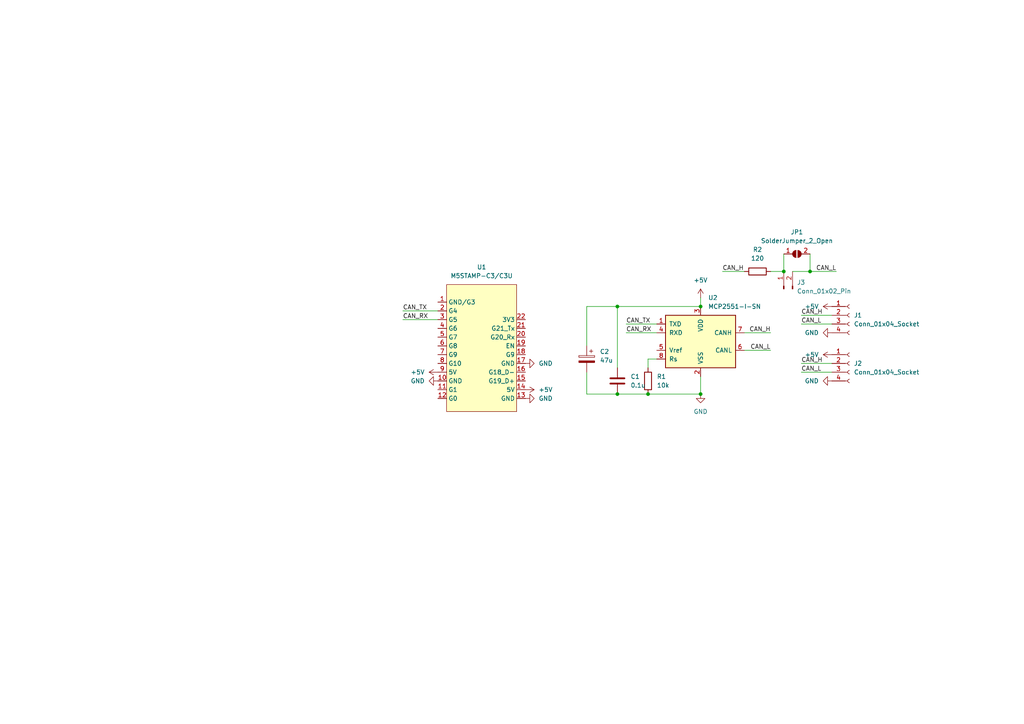
<source format=kicad_sch>
(kicad_sch (version 20230121) (generator eeschema)
  (paper "A4")
  (lib_symbols
    (symbol "Boad_dev:M5STAMP-C3/C3U"
      (property "Reference" "U" (at 0 20.32 0))
      (property "Value" "M5STAMP-C3/C3U" (at 1.27 17.78 0))
      (symbol "M5STAMP-C3/C3U_0_1"
        (rectangle (start -10.16 19.05) (end 10.16 -17.78) (stroke (width 0.1524)) (fill (type background)))
      )
      (symbol "M5STAMP-C3/C3U_1_1"
        (pin bidirectional line (at -12.7 13.97 0) (length 2.54) (name "GND/G3") (number "1"))
        (pin power_in line (at -12.7 -8.89 0) (length 2.54) (name "GND") (number "10"))
        (pin bidirectional line (at -12.7 -11.43 0) (length 2.54) (name "G1") (number "11"))
        (pin bidirectional line (at -12.7 -13.97 0) (length 2.54) (name "G0") (number "12"))
        (pin power_in line (at 12.7 -13.97 180) (length 2.54) (name "GND") (number "13"))
        (pin power_in line (at 12.7 -11.43 180) (length 2.54) (name "5V") (number "14"))
        (pin bidirectional line (at 12.7 -8.89 180) (length 2.54) (name "G19_D+") (number "15"))
        (pin bidirectional line (at 12.7 -6.35 180) (length 2.54) (name "G18_D-") (number "16"))
        (pin power_in line (at 12.7 -3.81 180) (length 2.54) (name "GND") (number "17"))
        (pin bidirectional line (at 12.7 -1.27 180) (length 2.54) (name "G9") (number "18"))
        (pin input line (at 12.7 1.27 180) (length 2.54) (name "EN") (number "19"))
        (pin bidirectional line (at -12.7 11.43 0) (length 2.54) (name "G4") (number "2"))
        (pin bidirectional line (at 12.7 3.81 180) (length 2.54) (name "G20_Rx") (number "20"))
        (pin bidirectional line (at 12.7 6.35 180) (length 2.54) (name "G21_Tx") (number "21"))
        (pin power_out line (at 12.7 8.89 180) (length 2.54) (name "3V3") (number "22"))
        (pin bidirectional line (at -12.7 8.89 0) (length 2.54) (name "G5") (number "3"))
        (pin bidirectional line (at -12.7 6.35 0) (length 2.54) (name "G6") (number "4"))
        (pin bidirectional line (at -12.7 3.81 0) (length 2.54) (name "G7") (number "5"))
        (pin bidirectional line (at -12.7 1.27 0) (length 2.54) (name "G8") (number "6"))
        (pin bidirectional line (at -12.7 -1.27 0) (length 2.54) (name "G9") (number "7"))
        (pin bidirectional line (at -12.7 -3.81 0) (length 2.54) (name "G10") (number "8"))
        (pin power_in line (at -12.7 -6.35 0) (length 2.54) (name "5V") (number "9"))
      )
    )
    (symbol "Connector:Conn_01x02_Pin" (pin_names (offset 1.016) hide)
      (property "Reference" "J" (at 0 2.54 0))
      (property "Value" "Conn_01x02_Pin" (at 0 -5.08 0))
      (symbol "Conn_01x02_Pin_1_1"
        (polyline (pts (xy 1.27 -2.54) (xy 0.8636 -2.54)) (stroke (width 0.1524)))
        (polyline (pts (xy 1.27 0) (xy 0.8636 0)) (stroke (width 0.1524)))
        (rectangle (start 0.8636 -2.413) (end 0 -2.667) (stroke (width 0.1524)) (fill (type outline)))
        (rectangle (start 0.8636 0.127) (end 0 -0.127) (stroke (width 0.1524)) (fill (type outline)))
        (pin passive line (at 5.08 0 180) (length 3.81) (name "Pin_1") (number "1"))
        (pin passive line (at 5.08 -2.54 180) (length 3.81) (name "Pin_2") (number "2"))
      )
    )
    (symbol "Connector:Conn_01x04_Socket" (pin_names (offset 1.016) hide)
      (property "Reference" "J" (at 0 5.08 0))
      (property "Value" "Conn_01x04_Socket" (at 0 -7.62 0))
      (symbol "Conn_01x04_Socket_1_1"
        (arc (start 0 -4.572) (mid -0.5058 -5.08) (end 0 -5.588) (stroke (width 0.1524)))
        (arc (start 0 -2.032) (mid -0.5058 -2.54) (end 0 -3.048) (stroke (width 0.1524)))
        (polyline (pts (xy -1.27 -5.08) (xy -0.508 -5.08)) (stroke (width 0.1524)))
        (polyline (pts (xy -1.27 -2.54) (xy -0.508 -2.54)) (stroke (width 0.1524)))
        (polyline (pts (xy -1.27 0) (xy -0.508 0)) (stroke (width 0.1524)))
        (polyline (pts (xy -1.27 2.54) (xy -0.508 2.54)) (stroke (width 0.1524)))
        (arc (start 0 0.508) (mid -0.5058 0) (end 0 -0.508) (stroke (width 0.1524)))
        (arc (start 0 3.048) (mid -0.5058 2.54) (end 0 2.032) (stroke (width 0.1524)))
        (pin passive line (at -5.08 2.54 0) (length 3.81) (name "Pin_1") (number "1"))
        (pin passive line (at -5.08 0 0) (length 3.81) (name "Pin_2") (number "2"))
        (pin passive line (at -5.08 -2.54 0) (length 3.81) (name "Pin_3") (number "3"))
        (pin passive line (at -5.08 -5.08 0) (length 3.81) (name "Pin_4") (number "4"))
      )
    )
    (symbol "Device:C" (pin_numbers hide) (pin_names (offset 0.254))
      (property "Reference" "C" (at 0.635 2.54 0))
      (property "Value" "C" (at 0.635 -2.54 0))
      (symbol "C_0_1"
        (polyline (pts (xy -2.032 -0.762) (xy 2.032 -0.762)) (stroke (width 0.508)))
        (polyline (pts (xy -2.032 0.762) (xy 2.032 0.762)) (stroke (width 0.508)))
      )
      (symbol "C_1_1"
        (pin passive line (at 0 3.81 270) (length 2.794) (name "~") (number "1"))
        (pin passive line (at 0 -3.81 90) (length 2.794) (name "~") (number "2"))
      )
    )
    (symbol "Device:C_Polarized" (pin_numbers hide) (pin_names (offset 0.254))
      (property "Reference" "C" (at 0.635 2.54 0))
      (property "Value" "C_Polarized" (at 0.635 -2.54 0))
      (symbol "C_Polarized_0_1"
        (rectangle (start -2.286 0.508) (end 2.286 1.016))
        (polyline (pts (xy -1.778 2.286) (xy -0.762 2.286)))
        (polyline (pts (xy -1.27 2.794) (xy -1.27 1.778)))
        (rectangle (start 2.286 -0.508) (end -2.286 -1.016) (fill (type outline)))
      )
      (symbol "C_Polarized_1_1"
        (pin passive line (at 0 3.81 270) (length 2.794) (name "~") (number "1"))
        (pin passive line (at 0 -3.81 90) (length 2.794) (name "~") (number "2"))
      )
    )
    (symbol "Device:R" (pin_numbers hide) (pin_names (offset 0))
      (property "Reference" "R" (at 2.032 0 90))
      (property "Value" "R" (at 0 0 90))
      (symbol "R_0_1"
        (rectangle (start -1.016 -2.54) (end 1.016 2.54) (stroke (width 0.254)))
      )
      (symbol "R_1_1"
        (pin passive line (at 0 3.81 270) (length 1.27) (name "~") (number "1"))
        (pin passive line (at 0 -3.81 90) (length 1.27) (name "~") (number "2"))
      )
    )
    (symbol "Interface_CAN_LIN:MCP2551-I-SN" (pin_names (offset 1.016))
      (property "Reference" "U" (at -10.16 8.89 0))
      (property "Value" "MCP2551-I-SN" (at 2.54 8.89 0))
      (symbol "MCP2551-I-SN_0_1"
        (rectangle (start -10.16 7.62) (end 10.16 -7.62) (stroke (width 0.254)) (fill (type background)))
      )
      (symbol "MCP2551-I-SN_1_1"
        (pin input line (at -12.7 5.08 0) (length 2.54) (name "TXD") (number "1"))
        (pin power_in line (at 0 -10.16 90) (length 2.54) (name "VSS") (number "2"))
        (pin power_in line (at 0 10.16 270) (length 2.54) (name "VDD") (number "3"))
        (pin output line (at -12.7 2.54 0) (length 2.54) (name "RXD") (number "4"))
        (pin power_out line (at -12.7 -2.54 0) (length 2.54) (name "Vref") (number "5"))
        (pin bidirectional line (at 12.7 -2.54 180) (length 2.54) (name "CANL") (number "6"))
        (pin bidirectional line (at 12.7 2.54 180) (length 2.54) (name "CANH") (number "7"))
        (pin input line (at -12.7 -5.08 0) (length 2.54) (name "Rs") (number "8"))
      )
    )
    (symbol "Jumper:SolderJumper_2_Open" (pin_names (offset 0) hide)
      (property "Reference" "JP" (at 0 2.032 0))
      (property "Value" "SolderJumper_2_Open" (at 0 -2.54 0))
      (symbol "SolderJumper_2_Open_0_1"
        (arc (start -0.254 1.016) (mid -1.2656 0) (end -0.254 -1.016))
        (arc (start -0.254 1.016) (mid -1.2656 0) (end -0.254 -1.016) (fill (type outline)))
        (polyline (pts (xy -0.254 1.016) (xy -0.254 -1.016)))
        (polyline (pts (xy 0.254 1.016) (xy 0.254 -1.016)))
        (arc (start 0.254 -1.016) (mid 1.2656 0) (end 0.254 1.016))
        (arc (start 0.254 -1.016) (mid 1.2656 0) (end 0.254 1.016) (fill (type outline)))
      )
      (symbol "SolderJumper_2_Open_1_1"
        (pin passive line (at -3.81 0 0) (length 2.54) (name "A") (number "1"))
        (pin passive line (at 3.81 0 180) (length 2.54) (name "B") (number "2"))
      )
    )
    (symbol "power:+5V" (power) (pin_names (offset 0))
      (property "Value" "+5V" (at 0 3.556 0))
      (symbol "+5V_0_1"
        (polyline (pts (xy -0.762 1.27) (xy 0 2.54)))
        (polyline (pts (xy 0 0) (xy 0 2.54)))
        (polyline (pts (xy 0 2.54) (xy 0.762 1.27)))
      )
      (symbol "+5V_1_1"
        (pin power_in line (at 0 0 90) (length 0) hide (name "+5V") (number "1"))
      )
    )
    (symbol "power:GND" (power) (pin_names (offset 0))
      (property "Value" "GND" (at 0 -3.81 0))
      (symbol "GND_0_1"
        (polyline (pts (xy 0 0) (xy 0 -1.27) (xy 1.27 -1.27) (xy 0 -2.54) (xy -1.27 -1.27) (xy 0 -1.27)))
      )
      (symbol "GND_1_1"
        (pin power_in line (at 0 0 270) (length 0) hide (name "GND") (number "1"))
      )
    )
  )
  (junction (at 179.07 114.3))
  (junction (at 187.96 114.3))
  (junction (at 203.2 88.9))
  (junction (at 227.33 78.74))
  (junction (at 203.2 114.3))
  (junction (at 179.07 88.9))
  (junction (at 234.95 78.74))
  (wire (pts (xy 187.96 104.14) (xy 190.5 104.14)))
  (wire (pts (xy 232.41 91.44) (xy 241.3 91.44)))
  (wire (pts (xy 116.84 90.17) (xy 127 90.17)))
  (wire (pts (xy 179.07 114.3) (xy 187.96 114.3)))
  (wire (pts (xy 179.07 88.9) (xy 203.2 88.9)))
  (wire (pts (xy 179.07 114.3) (xy 170.18 114.3)))
  (wire (pts (xy 181.61 96.52) (xy 190.5 96.52)))
  (wire (pts (xy 232.41 105.41) (xy 241.3 105.41)))
  (wire (pts (xy 234.95 78.74) (xy 242.57 78.74)))
  (wire (pts (xy 116.84 92.71) (xy 127 92.71)))
  (wire (pts (xy 203.2 114.3) (xy 203.2 109.22)))
  (wire (pts (xy 229.87 78.74) (xy 234.95 78.74)))
  (wire (pts (xy 223.52 101.6) (xy 215.9 101.6)))
  (wire (pts (xy 227.33 73.66) (xy 227.33 78.74)))
  (wire (pts (xy 234.95 78.74) (xy 234.95 73.66)))
  (wire (pts (xy 181.61 93.98) (xy 190.5 93.98)))
  (wire (pts (xy 170.18 114.3) (xy 170.18 107.95)))
  (wire (pts (xy 187.96 114.3) (xy 203.2 114.3)))
  (wire (pts (xy 187.96 106.68) (xy 187.96 104.14)))
  (wire (pts (xy 223.52 78.74) (xy 227.33 78.74)))
  (wire (pts (xy 170.18 88.9) (xy 179.07 88.9)))
  (wire (pts (xy 170.18 100.33) (xy 170.18 88.9)))
  (wire (pts (xy 209.55 78.74) (xy 215.9 78.74)))
  (wire (pts (xy 232.41 107.95) (xy 241.3 107.95)))
  (wire (pts (xy 232.41 93.98) (xy 241.3 93.98)))
  (wire (pts (xy 223.52 96.52) (xy 215.9 96.52)))
  (wire (pts (xy 203.2 86.36) (xy 203.2 88.9)))
  (wire (pts (xy 179.07 106.68) (xy 179.07 88.9)))
  (label "CAN_H" (at 232.41 105.41 0))
  (label "CAN_L" (at 232.41 107.95 0))
  (label "CAN_TX" (at 181.61 93.98 0))
  (label "CAN_L" (at 232.41 93.98 0))
  (label "CAN_H" (at 209.55 78.74 0))
  (label "CAN_TX" (at 116.84 90.17 0))
  (label "CAN_RX" (at 116.84 92.71 0))
  (label "CAN_L" (at 223.52 101.6 180))
  (label "CAN_L" (at 242.57 78.74 180))
  (label "CAN_H" (at 223.52 96.52 180))
  (label "CAN_H" (at 232.41 91.44 0))
  (label "CAN_RX" (at 181.61 96.52 0))
  (symbol (lib_id "Connector:Conn_01x02_Pin") (at 227.33 83.82 90) (unit 1)
    (property "Reference" "J3" (at 231.14 81.915 90) (effects (justify right)))
    (property "Value" "Conn_01x02_Pin" (at 231.14 84.455 90) (effects (justify right)))
    (property "Footprint" "Connector_PinHeader_2.54mm:PinHeader_1x02_P2.54mm_Vertical" (effects hide))
  )
  (symbol (lib_id "power:+5V") (at 152.4 113.03 270) (unit 1)
    (property "Reference" "#PWR07" (effects hide))
    (property "Value" "+5V" (at 156.21 113.03 90) (effects (justify left)))
  )
  (symbol (lib_id "power:+5V") (at 241.3 102.87 90) (unit 1)
    (property "Reference" "#PWR09" (effects hide))
    (property "Value" "+5V" (at 237.49 102.87 90) (effects (justify left)))
  )
  (symbol (lib_id "Device:C_Polarized") (at 170.18 104.14 0) (mirror y) (unit 1)
    (property "Reference" "C2" (at 173.99 101.981 0) (effects (justify right)))
    (property "Value" "47u" (at 173.99 104.521 0) (effects (justify right)))
    (property "Footprint" "Capacitor_SMD:CP_Elec_6.3x7.7" (effects hide))
  )
  (symbol (lib_id "power:GND") (at 241.3 96.52 270) (unit 1)
    (property "Reference" "#PWR010" (effects hide))
    (property "Value" "GND" (at 237.49 96.52 90) (effects (justify right)))
  )
  (symbol (lib_id "Jumper:SolderJumper_2_Open") (at 231.14 73.66 0) (unit 1)
    (property "Reference" "JP1" (at 231.14 67.31 0))
    (property "Value" "SolderJumper_2_Open" (at 231.14 69.85 0))
    (property "Footprint" "Jumper:SolderJumper-2_P1.3mm_Open_RoundedPad1.0x1.5mm" (effects hide))
  )
  (symbol (lib_id "power:GND") (at 152.4 105.41 90) (unit 1)
    (property "Reference" "#PWR03" (effects hide))
    (property "Value" "GND" (at 156.21 105.41 90) (effects (justify right)))
  )
  (symbol (lib_id "power:GND") (at 127 110.49 270) (unit 1)
    (property "Reference" "#PWR04" (effects hide))
    (property "Value" "GND" (at 123.19 110.49 90) (effects (justify right)))
  )
  (symbol (lib_id "Interface_CAN_LIN:MCP2551-I-SN") (at 203.2 99.06 0) (unit 1)
    (property "Reference" "U2" (at 205.3941 86.36 0) (effects (justify left)))
    (property "Value" "MCP2551-I-SN" (at 205.3941 88.9 0) (effects (justify left)))
    (property "Footprint" "Package_SO:SOIC-8_3.9x4.9mm_P1.27mm" (effects hide))
    (property "Datasheet" "http://ww1.microchip.com/downloads/en/devicedoc/21667d.pdf" (effects hide))
  )
  (symbol (lib_id "power:+5V") (at 127 107.95 90) (unit 1)
    (property "Reference" "#PWR06" (effects hide))
    (property "Value" "+5V" (at 123.19 107.95 90) (effects (justify left)))
  )
  (symbol (lib_id "power:+5V") (at 241.3 88.9 90) (unit 1)
    (property "Reference" "#PWR08" (effects hide))
    (property "Value" "+5V" (at 237.49 88.9 90) (effects (justify left)))
  )
  (symbol (lib_id "Connector:Conn_01x04_Socket") (at 246.38 105.41 0) (unit 1)
    (property "Reference" "J2" (at 247.65 105.41 0) (effects (justify left)))
    (property "Value" "Conn_01x04_Socket" (at 247.65 107.95 0) (effects (justify left)))
    (property "Footprint" "Connector_JST:JST_XA_S04B-XASK-1_1x04_P2.50mm_Horizontal" (effects hide))
  )
  (symbol (lib_id "Device:R") (at 219.71 78.74 90) (unit 1)
    (property "Reference" "R2" (at 219.71 72.39 90))
    (property "Value" "120" (at 219.71 74.93 90))
    (property "Footprint" "Resistor_SMD:R_0603_1608Metric" (effects hide))
  )
  (symbol (lib_id "power:GND") (at 241.3 110.49 270) (unit 1)
    (property "Reference" "#PWR011" (effects hide))
    (property "Value" "GND" (at 237.49 110.49 90) (effects (justify right)))
  )
  (symbol (lib_id "Connector:Conn_01x04_Socket") (at 246.38 91.44 0) (unit 1)
    (property "Reference" "J1" (at 247.65 91.44 0) (effects (justify left)))
    (property "Value" "Conn_01x04_Socket" (at 247.65 93.98 0) (effects (justify left)))
    (property "Footprint" "Connector_JST:JST_XA_S04B-XASK-1_1x04_P2.50mm_Horizontal" (effects hide))
  )
  (symbol (lib_id "Device:R") (at 187.96 110.49 0) (unit 1)
    (property "Reference" "R1" (at 190.5 109.22 0) (effects (justify left)))
    (property "Value" "10k" (at 190.5 111.76 0) (effects (justify left)))
    (property "Footprint" "Resistor_SMD:R_0603_1608Metric" (effects hide))
  )
  (symbol (lib_id "power:GND") (at 152.4 115.57 90) (unit 1)
    (property "Reference" "#PWR02" (effects hide))
    (property "Value" "GND" (at 156.21 115.57 90) (effects (justify right)))
  )
  (symbol (lib_id "Device:C") (at 179.07 110.49 0) (unit 1)
    (property "Reference" "C1" (at 182.88 109.22 0) (effects (justify left)))
    (property "Value" "0.1u" (at 182.88 111.76 0) (effects (justify left)))
    (property "Footprint" "Capacitor_SMD:C_0603_1608Metric" (effects hide))
  )
  (symbol (lib_id "power:GND") (at 203.2 114.3 0) (unit 1)
    (property "Reference" "#PWR01" (effects hide))
    (property "Value" "GND" (at 203.2 119.38 0))
  )
  (symbol (lib_id "Boad_dev:M5STAMP-C3/C3U") (at 139.7 101.6 0) (unit 1)
    (property "Reference" "U1" (at 139.7 77.47 0))
    (property "Value" "M5STAMP-C3/C3U" (at 139.7 80.01 0))
    (property "Footprint" "Boad_dev:M5STAMP-C3C3U_SMD" (effects hide))
    (property "Datasheet" "https://docs.m5stack.com/en/core/stamp_c3" (effects hide))
  )
  (symbol (lib_id "power:+5V") (at 203.2 86.36 0) (unit 1)
    (property "Reference" "#PWR05" (effects hide))
    (property "Value" "+5V" (at 203.2 81.28 0))
  )
)
</source>
